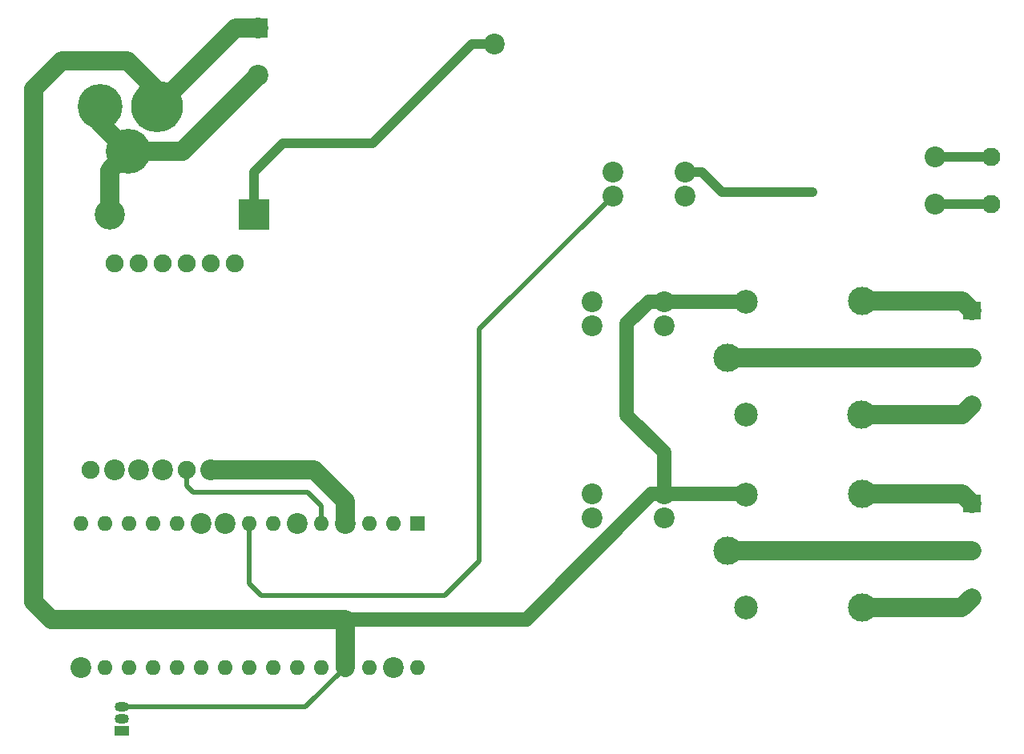
<source format=gbl>
G04 This is an RS-274x file exported by *
G04 gerbv version 2.6A *
G04 More information is available about gerbv at *
G04 http://gerbv.geda-project.org/ *
G04 --End of header info--*
%MOIN*%
%FSLAX34Y34*%
%IPPOS*%
G04 --Define apertures--*
%ADD10R,0.0768X0.0768*%
%ADD11C,0.0768*%
%ADD12R,0.0630X0.0630*%
%ADD13O,0.0630X0.0630*%
%ADD14C,0.0748*%
%ADD15C,0.1181*%
%ADD16C,0.0984*%
%ADD17R,0.0591X0.0413*%
%ADD18O,0.0591X0.0413*%
%ADD19R,0.0787X0.0787*%
%ADD20C,0.0787*%
%ADD21R,0.1260X0.1260*%
%ADD22O,0.1260X0.1260*%
%ADD23C,0.2150*%
%ADD24C,0.1866*%
%ADD25C,0.0866*%
%ADD26C,0.0354*%
%ADD27C,0.0787*%
%ADD28C,0.0197*%
%ADD29C,0.0591*%
%ADD30C,0.0394*%
G04 --Start main section--*
G54D10*
G01X0074264Y-037583D03*
G54D11*
G01X0074264Y-039552D03*
G01X0074264Y-041520D03*
G54D12*
G01X0062313Y-032815D03*
G54D13*
G01X0062313Y-031815D03*
G01X0059313Y-031815D03*
G01X0059313Y-032815D03*
G54D14*
G01X0037598Y-044232D03*
G01X0038598Y-044232D03*
G01X0039598Y-044232D03*
G01X0040598Y-044232D03*
G01X0041598Y-044232D03*
G01X0042598Y-044232D03*
G01X0043598Y-035622D03*
G01X0042598Y-035622D03*
G01X0041598Y-035622D03*
G01X0040598Y-035622D03*
G01X0039598Y-035622D03*
G01X0038598Y-035622D03*
G54D12*
G01X0058449Y-045232D03*
G54D13*
G01X0058449Y-046232D03*
G01X0061449Y-046232D03*
G01X0061449Y-045232D03*
G54D15*
G01X0064105Y-039552D03*
G54D16*
G01X0064873Y-041934D03*
G54D15*
G01X0069676Y-041934D03*
G01X0069696Y-037190D03*
G54D16*
G01X0064873Y-037209D03*
G54D17*
G01X0038898Y-055098D03*
G54D18*
G01X0038898Y-054598D03*
G01X0038898Y-054098D03*
G54D11*
G01X0075047Y-031177D03*
G01X0075047Y-033146D03*
G54D15*
G01X0064109Y-047585D03*
G54D16*
G01X0064877Y-049967D03*
G54D15*
G01X0069680Y-049967D03*
G01X0069700Y-045222D03*
G54D16*
G01X0064877Y-045242D03*
G54D19*
G01X0044567Y-025830D03*
G54D20*
G01X0044567Y-027798D03*
G54D12*
G01X0058455Y-037207D03*
G54D13*
G01X0058455Y-038207D03*
G01X0061455Y-038207D03*
G01X0061455Y-037207D03*
G54D10*
G01X0074258Y-045616D03*
G54D11*
G01X0074258Y-047585D03*
G01X0074258Y-049553D03*
G54D21*
G01X0044388Y-033602D03*
G54D22*
G01X0038388Y-033602D03*
G54D23*
G01X0040354Y-029100D03*
G54D24*
G01X0037992Y-029100D03*
G01X0039173Y-030951D03*
G54D12*
G01X0051181Y-046457D03*
G54D13*
G01X0050181Y-046457D03*
G01X0049181Y-046457D03*
G01X0048181Y-046457D03*
G01X0047181Y-046457D03*
G01X0046181Y-046457D03*
G01X0045181Y-046457D03*
G01X0044181Y-046457D03*
G01X0043181Y-046457D03*
G01X0042181Y-046457D03*
G01X0041181Y-046457D03*
G01X0040181Y-046457D03*
G01X0039181Y-046457D03*
G01X0038181Y-046457D03*
G01X0037181Y-046457D03*
G01X0037181Y-052457D03*
G01X0038181Y-052457D03*
G01X0039181Y-052457D03*
G01X0040181Y-052457D03*
G01X0041181Y-052457D03*
G01X0042181Y-052457D03*
G01X0043181Y-052457D03*
G01X0044181Y-052457D03*
G01X0045181Y-052457D03*
G01X0046181Y-052457D03*
G01X0047181Y-052457D03*
G01X0048181Y-052457D03*
G01X0049181Y-052457D03*
G01X0050181Y-052457D03*
G01X0051181Y-052457D03*
G54D25*
G01X0059313Y-031815D03*
G01X0050181Y-052457D03*
G01X0042598Y-044232D03*
G01X0044567Y-027798D03*
G01X0048181Y-046457D03*
G01X0058449Y-046232D03*
G01X0058455Y-038207D03*
G01X0059313Y-032815D03*
G01X0043181Y-046457D03*
G01X0042181Y-046457D03*
G01X0037181Y-052457D03*
G01X0061449Y-045232D03*
G01X0061457Y-037209D03*
G01X0044567Y-025830D03*
G01X0062313Y-031815D03*
G54D26*
G01X0067642Y-032654D03*
G54D25*
G01X0072736Y-033150D03*
G01X0072733Y-031176D03*
G01X0038598Y-044232D03*
G01X0054390Y-026496D03*
G01X0062313Y-032815D03*
G01X0058455Y-037207D03*
G01X0061455Y-038207D03*
G01X0040598Y-044232D03*
G01X0058449Y-045232D03*
G01X0061449Y-046232D03*
G01X0039598Y-044232D03*
G01X0046181Y-046457D03*
G54D27*
G01X0038388Y-031736D02*
G01X0039173Y-030951D01*
G01X0039173Y-030951D02*
G01X0041414Y-030951D01*
G01X0037992Y-029770D02*
G01X0039173Y-030951D01*
G01X0048181Y-045504D02*
G01X0048181Y-046457D01*
G01X0037992Y-029100D02*
G01X0037992Y-029770D01*
G01X0042598Y-044232D02*
G01X0046909Y-044232D01*
G01X0046909Y-044232D02*
G01X0048181Y-045504D01*
G01X0041414Y-030951D02*
G01X0044567Y-027798D01*
G01X0038388Y-033602D02*
G01X0038388Y-031736D01*
G54D28*
G01X0044181Y-048945D02*
G01X0044685Y-049449D01*
G01X0053760Y-038368D02*
G01X0053760Y-048012D01*
G01X0053760Y-048012D02*
G01X0052323Y-049449D01*
G01X0052323Y-049449D02*
G01X0044685Y-049449D01*
G01X0044181Y-046457D02*
G01X0044181Y-048945D01*
G01X0059313Y-032815D02*
G01X0053760Y-038368D01*
G54D27*
G01X0035236Y-049724D02*
G01X0035965Y-050453D01*
G01X0035965Y-050453D02*
G01X0047303Y-050453D01*
G54D29*
G01X0064873Y-037209D02*
G01X0061457Y-037209D01*
G54D27*
G01X0043625Y-025830D02*
G01X0040354Y-029100D01*
G01X0040354Y-029100D02*
G01X0040354Y-028406D01*
G54D29*
G01X0060813Y-037207D02*
G01X0059898Y-038122D01*
G01X0061449Y-043500D02*
G01X0061449Y-045232D01*
G01X0054921Y-050453D02*
G01X0047303Y-050453D01*
G54D27*
G01X0035236Y-028346D02*
G01X0035236Y-038583D01*
G54D28*
G01X0046539Y-054098D02*
G01X0048181Y-052457D01*
G54D29*
G01X0061457Y-037209D02*
G01X0061455Y-037207D01*
G54D27*
G01X0039134Y-027185D02*
G01X0036398Y-027185D01*
G54D29*
G01X0061449Y-045232D02*
G01X0064867Y-045232D01*
G54D27*
G01X0035236Y-038583D02*
G01X0035236Y-049724D01*
G54D29*
G01X0054922Y-050454D02*
G01X0054921Y-050453D01*
G01X0059898Y-038122D02*
G01X0059898Y-041949D01*
G54D27*
G01X0044567Y-025830D02*
G01X0043625Y-025830D01*
G01X0036398Y-027185D02*
G01X0035236Y-028346D01*
G01X0048181Y-050453D02*
G01X0048181Y-052457D01*
G54D29*
G01X0060936Y-045232D02*
G01X0055715Y-050454D01*
G01X0061455Y-037207D02*
G01X0060813Y-037207D01*
G01X0061449Y-045232D02*
G01X0060936Y-045232D01*
G01X0059898Y-041949D02*
G01X0061449Y-043500D01*
G54D27*
G01X0047303Y-050453D02*
G01X0048181Y-050453D01*
G54D29*
G01X0055715Y-050454D02*
G01X0054922Y-050454D01*
G54D28*
G01X0038898Y-054098D02*
G01X0046539Y-054098D01*
G54D27*
G01X0040354Y-028406D02*
G01X0039134Y-027185D01*
G54D29*
G01X0064867Y-045232D02*
G01X0064877Y-045242D01*
G54D30*
G01X0063874Y-032654D02*
G01X0063035Y-031815D01*
G01X0063035Y-031815D02*
G01X0062313Y-031815D01*
G01X0067642Y-032654D02*
G01X0063874Y-032654D01*
G01X0075047Y-033146D02*
G01X0072736Y-033150D01*
G01X0075047Y-031177D02*
G01X0072733Y-031176D01*
G01X0049331Y-030610D02*
G01X0045591Y-030610D01*
G01X0045591Y-030610D02*
G01X0044388Y-031813D01*
G01X0044388Y-031813D02*
G01X0044388Y-033602D01*
G01X0053445Y-026496D02*
G01X0049331Y-030610D01*
G01X0054390Y-026496D02*
G01X0053445Y-026496D01*
G54D27*
G01X0073870Y-037190D02*
G01X0074264Y-037583D01*
G01X0069696Y-037190D02*
G01X0073870Y-037190D01*
G01X0064105Y-039552D02*
G01X0074264Y-039552D01*
G01X0069676Y-041934D02*
G01X0073850Y-041934D01*
G01X0073850Y-041934D02*
G01X0074264Y-041520D01*
G01X0073864Y-045222D02*
G01X0074258Y-045616D01*
G01X0069700Y-045222D02*
G01X0073864Y-045222D01*
G01X0064109Y-047585D02*
G01X0074258Y-047585D01*
G01X0069680Y-049967D02*
G01X0073844Y-049967D01*
G01X0073844Y-049967D02*
G01X0074258Y-049553D01*
G54D28*
G01X0041858Y-045161D02*
G01X0041598Y-044902D01*
G01X0046638Y-045161D02*
G01X0041858Y-045161D01*
G01X0047181Y-045705D02*
G01X0046638Y-045161D01*
G01X0041598Y-044902D02*
G01X0041598Y-044232D01*
G01X0047181Y-046457D02*
G01X0047181Y-045705D01*
M02*

</source>
